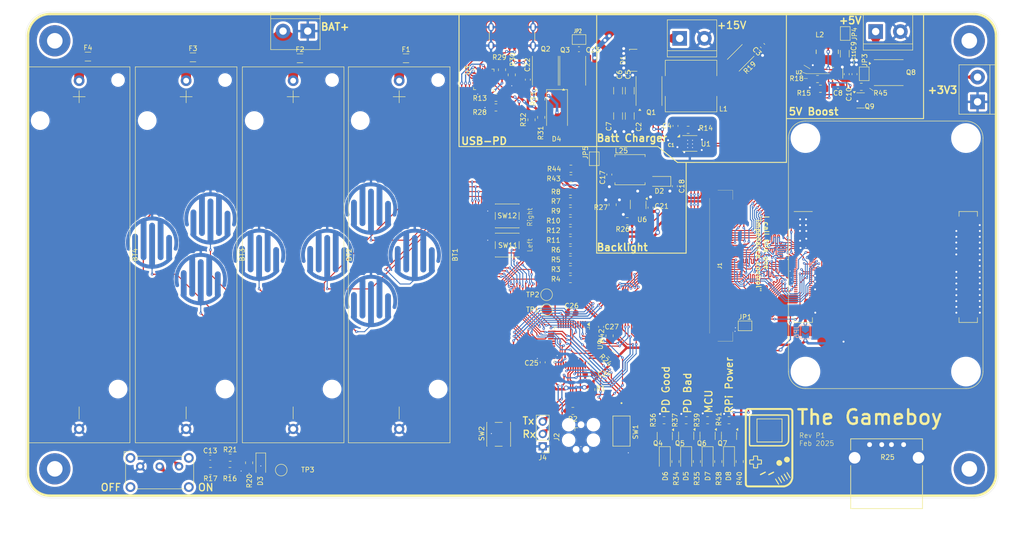
<source format=kicad_pcb>
(kicad_pcb
	(version 20240108)
	(generator "pcbnew")
	(generator_version "8.0")
	(general
		(thickness 1.6)
		(legacy_teardrops no)
	)
	(paper "A4")
	(title_block
		(title "The Gameboy")
		(rev "P1")
	)
	(layers
		(0 "F.Cu" signal)
		(31 "B.Cu" signal)
		(32 "B.Adhes" user "B.Adhesive")
		(33 "F.Adhes" user "F.Adhesive")
		(34 "B.Paste" user)
		(35 "F.Paste" user)
		(36 "B.SilkS" user "B.Silkscreen")
		(37 "F.SilkS" user "F.Silkscreen")
		(38 "B.Mask" user)
		(39 "F.Mask" user)
		(40 "Dwgs.User" user "User.Drawings")
		(41 "Cmts.User" user "User.Comments")
		(42 "Eco1.User" user "User.Eco1")
		(43 "Eco2.User" user "User.Eco2")
		(44 "Edge.Cuts" user)
		(45 "Margin" user)
		(46 "B.CrtYd" user "B.Courtyard")
		(47 "F.CrtYd" user "F.Courtyard")
		(48 "B.Fab" user)
		(49 "F.Fab" user)
		(50 "User.1" user)
		(51 "User.2" user)
		(52 "User.3" user)
		(53 "User.4" user)
		(54 "User.5" user)
		(55 "User.6" user)
		(56 "User.7" user)
		(57 "User.8" user)
		(58 "User.9" user)
	)
	(setup
		(stackup
			(layer "F.SilkS"
				(type "Top Silk Screen")
			)
			(layer "F.Paste"
				(type "Top Solder Paste")
			)
			(layer "F.Mask"
				(type "Top Solder Mask")
				(thickness 0.01)
			)
			(layer "F.Cu"
				(type "copper")
				(thickness 0.035)
			)
			(layer "dielectric 1"
				(type "core")
				(thickness 1.51)
				(material "FR4")
				(epsilon_r 4.5)
				(loss_tangent 0.02)
			)
			(layer "B.Cu"
				(type "copper")
				(thickness 0.035)
			)
			(layer "B.Mask"
				(type "Bottom Solder Mask")
				(thickness 0.01)
			)
			(layer "B.Paste"
				(type "Bottom Solder Paste")
			)
			(layer "B.SilkS"
				(type "Bottom Silk Screen")
			)
			(copper_finish "None")
			(dielectric_constraints no)
		)
		(pad_to_mask_clearance 0)
		(allow_soldermask_bridges_in_footprints yes)
		(aux_axis_origin 50 150)
		(pcbplotparams
			(layerselection 0x00010fc_ffffffff)
			(plot_on_all_layers_selection 0x0000000_00000000)
			(disableapertmacros no)
			(usegerberextensions no)
			(usegerberattributes yes)
			(usegerberadvancedattributes yes)
			(creategerberjobfile yes)
			(dashed_line_dash_ratio 12.000000)
			(dashed_line_gap_ratio 3.000000)
			(svgprecision 4)
			(plotframeref no)
			(viasonmask no)
			(mode 1)
			(useauxorigin no)
			(hpglpennumber 1)
			(hpglpenspeed 20)
			(hpglpendiameter 15.000000)
			(pdf_front_fp_property_popups yes)
			(pdf_back_fp_property_popups yes)
			(dxfpolygonmode yes)
			(dxfimperialunits yes)
			(dxfusepcbnewfont yes)
			(psnegative no)
			(psa4output no)
			(plotreference yes)
			(plotvalue yes)
			(plotfptext yes)
			(plotinvisibletext no)
			(sketchpadsonfab no)
			(subtractmaskfromsilk no)
			(outputformat 1)
			(mirror no)
			(drillshape 1)
			(scaleselection 1)
			(outputdirectory "")
		)
	)
	(net 0 "")
	(net 1 "/Rpi CM4/G1")
	(net 2 "/Rpi CM4/B0")
	(net 3 "/Rpi CM4/R5")
	(net 4 "BAT+")
	(net 5 "/Rpi CM4/VSYNC")
	(net 6 "/Rpi CM4/B3")
	(net 7 "unconnected-(J1-NC-Pad49)")
	(net 8 "unconnected-(J1-NC-Pad47)")
	(net 9 "/Rpi CM4/G0")
	(net 10 "unconnected-(J1-NC-Pad43)")
	(net 11 "/Rpi CM4/G7")
	(net 12 "/Rpi CM4/HSYNC")
	(net 13 "/Rpi CM4/B2")
	(net 14 "USB-PD-V+")
	(net 15 "/Rpi CM4/SPENB")
	(net 16 "/Rpi CM4/R2")
	(net 17 "/Rpi CM4/R0")
	(net 18 "unconnected-(J1-NC-Pad45)")
	(net 19 "unconnected-(J1-NC-Pad50)")
	(net 20 "unconnected-(J1-NC-Pad39)")
	(net 21 "/Rpi CM4/DCLK")
	(net 22 "/Rpi CM4/G2")
	(net 23 "unconnected-(J1-NC-Pad48)")
	(net 24 "/Rpi CM4/R1")
	(net 25 "/Rpi CM4/B7")
	(net 26 "/Rpi CM4/R4")
	(net 27 "/Rpi CM4/B4")
	(net 28 "/Rpi CM4/R6")
	(net 29 "Net-(C4-Pad1)")
	(net 30 "unconnected-(J1-NC-Pad44)")
	(net 31 "/Rpi CM4/G5")
	(net 32 "/Rpi CM4/B5")
	(net 33 "/Rpi CM4/RSTB")
	(net 34 "/Rpi CM4/B1")
	(net 35 "GND")
	(net 36 "/Rpi CM4/G4")
	(net 37 "unconnected-(J1-NC-Pad40)")
	(net 38 "/Rpi CM4/R3")
	(net 39 "unconnected-(J1-NC-Pad46)")
	(net 40 "/Rpi CM4/B6")
	(net 41 "unconnected-(J1-NC-Pad51)")
	(net 42 "Net-(U1-Comp)")
	(net 43 "/Rpi CM4/G6")
	(net 44 "unconnected-(J1-NC-Pad6)")
	(net 45 "/Rpi CM4/R7")
	(net 46 "unconnected-(J1-NC-Pad7)")
	(net 47 "/Rpi CM4/G3")
	(net 48 "/Rpi CM4/DEN")
	(net 49 "unconnected-(J1-NC-Pad5)")
	(net 50 "Net-(J2-SWDIO)")
	(net 51 "Net-(J2-SWCLK)")
	(net 52 "/Rpi CM4/nReset")
	(net 53 "unconnected-(J2-SWO-Pad6)")
	(net 54 "Net-(JP1-B)")
	(net 55 "Net-(U2-SW)")
	(net 56 "Net-(U2-CBST)")
	(net 57 "Net-(JP4-A)")
	(net 58 "Net-(JP3-B)")
	(net 59 "Net-(C13-Pad2)")
	(net 60 "Net-(S1-B)")
	(net 61 "DISP_LED+")
	(net 62 "Net-(D4-A)")
	(net 63 "Net-(Q2-D)")
	(net 64 "Net-(JP2-B)")
	(net 65 "RPI-3V3")
	(net 66 "SYSTEM_EN")
	(net 67 "Net-(D4-K)")
	(net 68 "Net-(D5-A)")
	(net 69 "Net-(D5-K)")
	(net 70 "Net-(D6-A)")
	(net 71 "Net-(D6-K)")
	(net 72 "Net-(D7-K)")
	(net 73 "Net-(D7-A)")
	(net 74 "Net-(D8-K)")
	(net 75 "Net-(D8-A)")
	(net 76 "MOSI")
	(net 77 "DISP_LED-")
	(net 78 "SCLK")
	(net 79 "Net-(J3-CC2)")
	(net 80 "Net-(J3-CC1)")
	(net 81 "Net-(J4-Pin_3)")
	(net 82 "Net-(J4-Pin_2)")
	(net 83 "Net-(J5-Pin_1)")
	(net 84 "5V1")
	(net 85 "Net-(U1-SENSE)")
	(net 86 "unconnected-(Module1B-HDMI1_TX0_P-Pad158)")
	(net 87 "unconnected-(Module1A-Ethernet_Pair3_P-Pad3)")
	(net 88 "unconnected-(Module1B-CAM0_C_P-Pad142)")
	(net 89 "unconnected-(Module1B-HDMI1_CEC-Pad149)")
	(net 90 "unconnected-(Module1A-SD_DAT1-Pad67)")
	(net 91 "unconnected-(Module1B-HDMI0_CLK_P-Pad188)")
	(net 92 "unconnected-(Module1B-DSI0_D1_N-Pad163)")
	(net 93 "unconnected-(Module1B-CAM0_C_N-Pad140)")
	(net 94 "unconnected-(Module1A-Ethernet_Pair2_N-Pad9)")
	(net 95 "unconnected-(Module1A-Ethernet_Pair0_P-Pad12)")
	(net 96 "unconnected-(Module1A-Ethernet_SYNC_OUT(1.8v)-Pad18)")
	(net 97 "RPI-SCL")
	(net 98 "unconnected-(Module1B-HDMI1_TX0_N-Pad160)")
	(net 99 "unconnected-(Module1B-CAM0_D0_N-Pad128)")
	(net 100 "unconnected-(Module1A-Ethernet_nLED3(3.3v)-Pad15)")
	(net 101 "unconnected-(Module1A-Ethernet_Pair1_N-Pad6)")
	(net 102 "unconnected-(Module1B-CAM0_D1_P-Pad136)")
	(net 103 "unconnected-(Module1A-SD_DAT2-Pad69)")
	(net 104 "unconnected-(Module1A-RUN_PG-Pad92)")
	(net 105 "unconnected-(Module1B-CAM0_D1_N-Pad134)")
	(net 106 "unconnected-(Module1B-PCIe_CLK_P-Pad110)")
	(net 107 "unconnected-(Module1B-PCIe_TX_N-Pad124)")
	(net 108 "unconnected-(Module1A-Ethernet_nLED2(3.3v)-Pad17)")
	(net 109 "unconnected-(Module1B-DSI0_C_N-Pad169)")
	(net 110 "unconnected-(Module1B-HDMI0_TX2_N-Pad172)")
	(net 111 "unconnected-(Module1B-HDMI1_TX2_P-Pad146)")
	(net 112 "RPI-PWR-LED")
	(net 113 "unconnected-(Module1B-HDMI1_CLK_N-Pad166)")
	(net 114 "unconnected-(Module1B-HDMI0_CLK_N-Pad190)")
	(net 115 "unconnected-(Module1B-DSI1_D3_N-Pad194)")
	(net 116 "unconnected-(Module1B-HDMI0_TX0_N-Pad184)")
	(net 117 "unconnected-(Module1B-HDMI1_SDA-Pad145)")
	(net 118 "unconnected-(Module1B-DSI1_D0_P-Pad177)")
	(net 119 "unconnected-(Module1B-Reserved-Pad106)")
	(net 120 "unconnected-(Module1A-nRPIBOOT-Pad93)")
	(net 121 "unconnected-(Module1B-DSI1_C_P-Pad189)")
	(net 122 "unconnected-(Module1B-CAM1_D3_N-Pad139)")
	(net 123 "/Rpi CM4/A")
	(net 124 "/Rpi CM4/B")
	(net 125 "/Rpi CM4/X")
	(net 126 "/Rpi CM4/Y")
	(net 127 "/Rpi CM4/Up")
	(net 128 "/Rpi CM4/Down")
	(net 129 "/Rpi CM4/Left")
	(net 130 "/Rpi CM4/Right")
	(net 131 "/Rpi CM4/L")
	(net 132 "/Rpi CM4/R")
	(net 133 "unconnected-(Module1A-SD_DAT5-Pad64)")
	(net 134 "unconnected-(Module1B-CAM1_D2_P-Pad135)")
	(net 135 "unconnected-(Module1B-DSI1_D3_P-Pad196)")
	(net 136 "unconnected-(Module1A-PI_nLED_Activity-Pad21)")
	(net 137 "unconnected-(Module1A-Ethernet_Pair3_N-Pad5)")
	(net 138 "unconnected-(Module1B-~{PCIe_nRST}-Pad109)")
	(net 139 "unconnected-(U1-NC-Pad10)")
	(net 140 "unconnected-(Module1A-BT_nDisable-Pad91)")
	(net 141 "unconnected-(Module1B-PCIe_RX_N-Pad118)")
	(net 142 "unconnected-(Module1A-SD_DAT7-Pad70)")
	(net 143 "unconnected-(Module1B-PCIe_TX_P-Pad122)")
	(net 144 "unconnected-(Module1A-WiFi_nDisable-Pad89)")
	(net 145 "unconnected-(Module1A-SD_CLK-Pad57)")
	(net 146 "unconnected-(Module1A-SD_VDD_Override-Pad73)")
	(net 147 "unconnected-(Module1A-AnalogIP1-Pad94)")
	(net 148 "unconnected-(Module1B-DSI0_D0_N-Pad157)")
	(net 149 "unconnected-(Module1A-nEXTRST-Pad100)")
	(net 150 "unconnected-(Module1B-HDMI0_SDA-Pad199)")
	(net 151 "unconnected-(Module1B-HDMI0_TX0_P-Pad182)")
	(net 152 "unconnected-(Module1B-DSI0_D0_P-Pad159)")
	(net 153 "unconnected-(Module1B-DSI0_C_P-Pad171)")
	(net 154 "unconnected-(Module1B-CAM1_C_P-Pad129)")
	(net 155 "unconnected-(Module1B-HDMI1_TX2_N-Pad148)")
	(net 156 "unconnected-(Module1A-+5v_(Input)-Pad77)")
	(net 157 "unconnected-(Module1A-AnalogIP0-Pad96)")
	(net 158 "unconnected-(Module1A-Ethernet_nLED1(3.3v)-Pad19)")
	(net 159 "unconnected-(Module1A-SD_PWR_ON-Pad75)")
	(net 160 "unconnected-(Module1A-Ethernet_Pair2_P-Pad11)")
	(net 161 "unconnected-(Module1B-HDMI1_SCL-Pad147)")
	(net 162 "unconnected-(Module1B-DSI1_D2_P-Pad195)")
	(net 163 "unconnected-(Module1B-CAM1_C_N-Pad127)")
	(net 164 "unconnected-(Module1B-DSI1_C_N-Pad187)")
	(net 165 "unconnected-(Module1A-EEPROM_nWP-Pad20)")
	(net 166 "unconnected-(Module1B-HDMI1_TX1_P-Pad152)")
	(net 167 "unconnected-(Module1A-Ethernet_Pair0_N-Pad10)")
	(net 168 "unconnected-(Module1B-HDMI0_TX2_P-Pad170)")
	(net 169 "unconnected-(Module1B-DSI1_D1_N-Pad181)")
	(net 170 "unconnected-(Module1A-SD_DAT0-Pad63)")
	(net 171 "unconnected-(Module1A-Ethernet_SYNC_IN(1.8v)-Pad16)")
	(net 172 "unconnected-(Module1B-PCIe_RX_P-Pad116)")
	(net 173 "unconnected-(Module1B-HDMI0_TX1_P-Pad176)")
	(net 174 "unconnected-(Module1A-+1.8v_(Output)-Pad88)")
	(net 175 "unconnected-(Module1A-SD_DAT3-Pad61)")
	(net 176 "RPI-SDA")
	(net 177 "unconnected-(Module1B-Reserved-Pad104)")
	(net 178 "unconnected-(Module1B-DSI1_D1_P-Pad183)")
	(net 179 "unconnected-(Module1A-SD_DAT4-Pad68)")
	(net 180 "unconnected-(Module1B-DSI1_D0_N-Pad175)")
	(net 181 "unconnected-(Module1A-+1.8v_(Output)-Pad90)")
	(net 182 "unconnected-(Module1A-SD_DAT6-Pad72)")
	(net 183 "unconnected-(Module1A-Ethernet_Pair1_P-Pad4)")
	(net 184 "unconnected-(Module1A-Camera_GPIO-Pad97)")
	(net 185 "unconnected-(Module1B-CAM1_D1_P-Pad123)")
	(net 186 "unconnected-(Module1B-DSI1_D2_N-Pad193)")
	(net 187 "unconnected-(Module1B-HDMI0_SCL-Pad200)")
	(net 188 "unconnected-(Module1B-HDMI0_HOTPLUG-Pad153)")
	(net 189 "unconnected-(Module1B-HDMI1_HOTPLUG-Pad143)")
	(net 190 "unconnected-(Module1B-CAM1_D0_N-Pad115)")
	(net 191 "unconnected-(Module1B-VDAC_COMP-Pad111)")
	(net 192 "unconnected-(Module1A-SD_CMD-Pad62)")
	(net 193 "unconnected-(Module1B-HDMI0_CEC-Pad151)")
	(net 194 "unconnected-(Module1B-HDMI1_CLK_P-Pad164)")
	(net 195 "unconnected-(Module1B-HDMI0_TX1_N-Pad178)")
	(net 196 "unconnected-(Module1B-HDMI1_TX1_N-Pad154)")
	(net 197 "unconnected-(Module1B-CAM0_D0_P-Pad130)")
	(net 198 "unconnected-(Module1B-~{PCIe_CLK_nREQ}-Pad102)")
	(net 199 "/Rpi CM4/USB_N")
	(net 200 "unconnected-(Module1B-DSI0_D1_P-Pad165)")
	(net 201 "unconnected-(Module1A-Reserved-Pad76)")
	(net 202 "unconnected-(Module1B-CAM1_D2_N-Pad133)")
	(net 203 "unconnected-(Module1B-CAM1_D1_N-Pad121)")
	(net 204 "unconnected-(Module1B-PCIe_CLK_N-Pad112)")
	(net 205 "unconnected-(Module1B-CAM1_D3_P-Pad141)")
	(net 206 "unconnected-(Module1B-CAM1_D0_P-Pad117)")
	(net 207 "unconnected-(Module1A-Global_EN-Pad99)")
	(net 208 "Net-(Q1-G)")
	(net 209 "PD-GoodLED")
	(net 210 "PD-BadLED")
	(net 211 "MCU-PWRLED")
	(net 212 "Net-(U9-BOOT0)")
	(net 213 "Net-(U3-VDDD)")
	(net 214 "Net-(U3-VBUS_MAX)")
	(net 215 "Net-(U2-FB)")
	(net 216 "BAT_SENS")
	(net 217 "DISP_PWM")
	(net 218 "Net-(U3-ISNK_COARSE)")
	(net 219 "Net-(U3-VBUS_FET_EN)")
	(net 220 "PD-SDA")
	(net 221 "PD-SCL")
	(net 222 "unconnected-(U3-NC-Pad21)")
	(net 223 "unconnected-(U3-SAFE_PWR_EN-Pad4)")
	(net 224 "unconnected-(U3-FLIP-Pad10)")
	(net 225 "unconnected-(U3-NC-Pad20)")
	(net 226 "PD-FAULT")
	(net 227 "unconnected-(U3-GND-Pad22)")
	(net 228 "unconnected-(U3-NC-Pad17)")
	(net 229 "unconnected-(U3-~{HPI_INT}-Pad7)")
	(net 230 "unconnected-(U3-GPIO_1-Pad8)")
	(net 231 "unconnected-(U3-GND-Pad25)")
	(net 232 "unconnected-(U3-VCCD-Pad24)")
	(net 233 "unconnected-(U3-NC-Pad16)")
	(net 234 "unconnected-(U9-PB15-Pad28)")
	(net 235 "unconnected-(U9-PC13-Pad2)")
	(net 236 "Net-(U9-PA1)")
	(net 237 "unconnected-(U9-PC15-Pad4)")
	(net 238 "unconnected-(U9-PD0-Pad5)")
	(net 239 "unconnected-(U9-PC14-Pad3)")
	(net 240 "unconnected-(U9-PD1-Pad6)")
	(net 241 "unconnected-(U9-PB14-Pad27)")
	(net 242 "RPI_EN")
	(net 243 "Net-(U9-PA2)")
	(net 244 "Net-(Q8-G)")
	(net 245 "Net-(Q1-D)")
	(net 246 "Net-(D2-A)")
	(net 247 "Net-(JP5-A)")
	(net 248 "Net-(JP6-A)")
	(net 249 "Net-(BT1-+)")
	(net 250 "Net-(BT2-+)")
	(net 251 "Net-(BT3-+)")
	(net 252 "Net-(BT4-+)")
	(net 253 "GNDA")
	(net 254 "/Rpi CM4/USB_P")
	(footprint "TerminalBlock:TerminalBlock_bornier-2_P5.08mm" (layer "F.Cu") (at 224.75 54.1))
	(footprint "Resistor_SMD:R_0805_2012Metric_Pad1.20x1.40mm_HandSolder" (layer "F.Cu") (at 196.8 142.5 -90))
	(footprint "Resistor_SMD:R_0805_2012Metric_Pad1.20x1.40mm_HandSolder" (layer "F.Cu") (at 154 72.239 -90))
	(footprint "TerminalBlock:TerminalBlock_bornier-2_P5.08mm" (layer "F.Cu") (at 245.7 68.55 90))
	(footprint "Resistor_SMD:R_0805_2012Metric_Pad1.20x1.40mm_HandSolder" (layer "F.Cu") (at 162 97 180))
	(footprint "Resistor_SMD:R_0805_2012Metric_Pad1.20x1.40mm_HandSolder" (layer "F.Cu") (at 162 99 180))
	(footprint "Connector:Tag-Connect_TC2030-IDC-FP_2x03_P1.27mm_Vertical" (layer "F.Cu") (at 164.184 137.46 -90))
	(footprint "Jumper:SolderJumper-2_P1.3mm_Open_TrianglePad1.0x1.5mm" (layer "F.Cu") (at 197.9 114.6))
	(footprint "Jumper:SolderJumper-2_P1.3mm_Open_TrianglePad1.0x1.5mm" (layer "F.Cu") (at 166.9 80.25 90))
	(footprint "Resistor_SMD:R_0805_2012Metric_Pad1.20x1.40mm_HandSolder" (layer "F.Cu") (at 162 101 180))
	(footprint "Resistor_SMD:R_0805_2012Metric_Pad1.20x1.40mm_HandSolder" (layer "F.Cu") (at 92.05 141.7))
	(footprint "Package_TO_SOT_SMD:SOT-23-3" (layer "F.Cu") (at 221.6625 68.26))
	(footprint "Resistor_SMD:R_0805_2012Metric_Pad1.20x1.40mm_HandSolder" (layer "F.Cu") (at 188 142.5 -90))
	(footprint "Capacitor_SMD:C_1206_3216Metric_Pad1.33x1.80mm_HandSolder" (layer "F.Cu") (at 171.8 66.2625 90))
	(footprint "Fuse:Fuse_1206_3216Metric" (layer "F.Cu") (at 84.4 59.4))
	(footprint "TestPoint:TestPoint_Pad_D2.0mm" (layer "F.Cu") (at 157.1 111.3 -90))
	(footprint "Diode_SMD:D_1206_3216Metric_Pad1.42x1.75mm_HandSolder" (layer "F.Cu") (at 181.4 141.9 -90))
	(footprint "Resistor_SMD:R_0805_2012Metric_Pad1.20x1.40mm_HandSolder" (layer "F.Cu") (at 147.94 61.954 90))
	(footprint "Resistor_SMD:R_0805_2012Metric_Pad1.20x1.40mm_HandSolder" (layer "F.Cu") (at 181.25 134 180))
	(footprint "Inductor_SMD:L_Bourns_SRN6045TA" (layer "F.Cu") (at 174.25 82.5))
	(footprint "Capacitor_SMD:C_1206_3216Metric_Pad1.33x1.80mm_HandSolder" (layer "F.Cu") (at 218.4 58.66 90))
	(footprint "Fuse:Fuse_1206_3216Metric" (layer "F.Cu") (at 128.2 59.6))
	(footprint "000-Footprints:Texas_RNS0007A_VQFN_2x2mm" (layer "F.Cu") (at 216.76 62.71 90))
	(footprint "Capacitor_SMD:C_0603_1608Metric_Pad1.08x0.95mm_HandSolder" (layer "F.Cu") (at 153.25 63.989 -90))
	(footprint "LOGO" (layer "F.Cu") (at 202.84 139.64))
	(footprint "Resistor_SMD:R_0805_2012Metric_Pad1.20x1.40mm_HandSolder" (layer "F.Cu") (at 185.8 134 180))
	(footprint "Capacitor_SMD:C_0603_1608Metric_Pad1.08x0.95mm_HandSolder" (layer "F.Cu") (at 220.4 62.86 90))
	(footprint "Resistor_SMD:R_0805_2012Metric_Pad1.20x1.40mm_HandSolder" (layer "F.Cu") (at 212.8 63.86))
	(footprint "Capacitor_SMD:C_0603_1608Metric_Pad1.08x0.95mm_HandSolder" (layer "F.Cu") (at 156.3 122.1 90))
	(footprint "Jumper:SolderJumper-2_P1.3mm_Open_TrianglePad1.0x1.5mm" (layer "F.Cu") (at 222.4 62.785 -90))
	(footprint "Resistor_SMD:R_0805_2012Metric_Pad1.20x1.40mm_HandSolder"
		(layer "F.Cu")
		(uuid "3c1d354f-5f6e-4050-94e2-4ca5047c63f5")
		(at 186.2 74.3 180)
		(descr "Resistor SMD 0805 (2012 Metric), square (rectangular) end terminal, IPC_7351 nominal with elongated pad for handsoldering. (Body size source: IPC-SM-782 page 72, https://www.pcb-3d.com/wordpress/wp-content/uploads/ipc-sm-782a_amendment_1_and_2.pdf), generated with kicad-footprint-generator")
		(tags "resistor handsolder")
		(property "Reference" "R14"
			(at -3.65 0.34 0)
			(layer "F.SilkS")
			(uuid "31c8595f-de42-49ad-914a-6d091f6fea6f")
			(effects
				(font
					(size 1 1)
					(thickness 0.15)
				)
			)
		)
		(property "Value" "2.2k"
			(at 0 1.65 0)
			(layer "F.Fab")
			(uuid "339747f9-520c-4c2b-83c6-d871f5e9af86")
			(effects
				(font
					(size 1 1)
					(thickness 0.15)
				)
			)
		)
		(property "Footprint" "Resistor_SMD:R_0805_2012Metric_Pad1.20x1.40mm_HandSolder"
			(at 0 0 180)
			(unlocked yes)
			(layer "F.Fab")
			(hide yes)
			(uuid "37b2a6d8-8758-439f-b2ef-ef00fdc7b23b")
			(effects
				(font
					(size 1.27 1.27)
					(thickness 0.15)
				)
			)
		)
		(property "Datasheet" ""
			(at 0 0 180)
			(unlocked yes)
			(layer "F.Fab")
			(hide yes)
			(uuid "b901bd27-73fc-47ca-9ee8-73eb80b604e7")
			(effects
				(font
					(size 1.27 1.27)
					(thickness 0.15)
				)
			)
		)
		(property "Description" ""
			(at 0 0 180)
			(unlocked yes)
			(layer "F.Fab")
			(hide yes)
			(uuid "d08accc3-ecb0-4928-b61b-b35eb2f3ba98")
			(effects
				(font
					(size 1.27 1.27)
					(thickness 0.15)
				)
			)
		)
		(property "PN" "RES-2K2 "
			(at 0 0 180)
			(unlocked yes)
			(layer "F.Fab")
			(hide yes)
			(uuid "cf69e786-87fc-45cd-afde-62ca900ba900")
			(effects
				(font
					(size 1 1)
					(thickness 0.15)
				)
			)
		)
		(property "Digikey PN" "311-2.20KCRCT-ND "
			(at 0
... [2994659 chars truncated]
</source>
